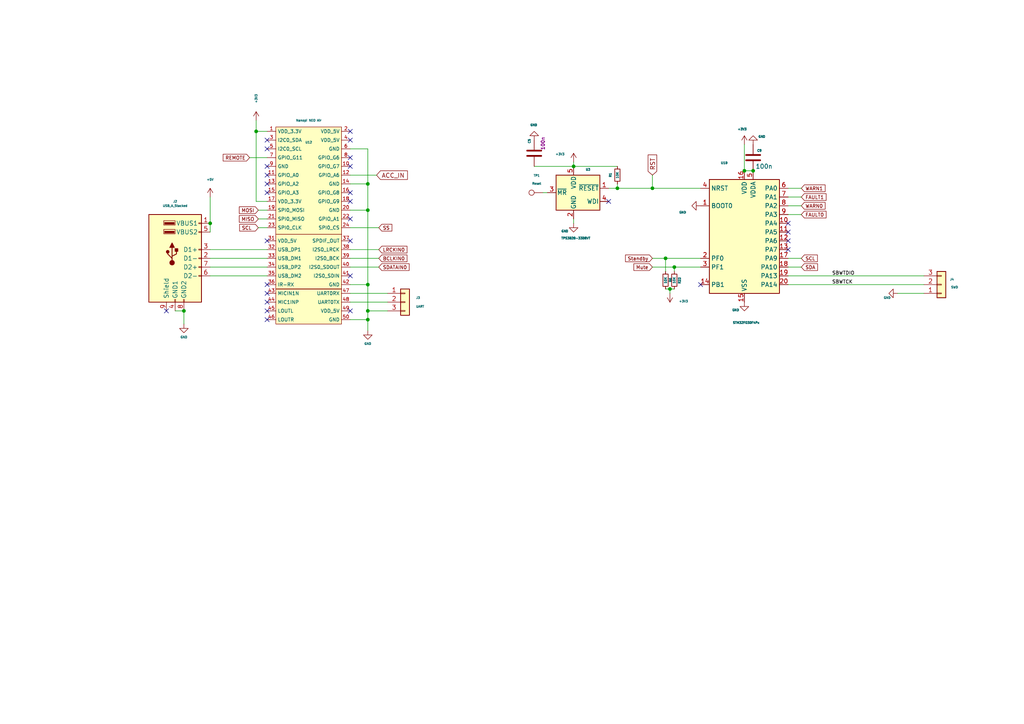
<source format=kicad_sch>
(kicad_sch (version 20231120) (generator "eeschema") (generator_version "8.0")
  (paper "A4")
  (lib_symbols
    (symbol "00-MyLib:Nanopi_NEO"
      (property "Reference" "U" (at 0 31.115 0))
      (symbol "Nanopi_NEO_0_1"
        (polyline (pts (xy -9.525 -1.905) (xy 9.525 -1.905)))
      )
      (symbol "Nanopi_NEO_1_1"
        (rectangle (start -9.525 -17.78) (end 9.525 -27.94) (fill (type background)))
        (rectangle (start -9.525 29.21) (end 9.525 -17.78) (fill (type background)))
        (pin power_in line (at -12.065 27.94 0) (length 2.54) (name "VDD_3.3V") (number "1"))
        (pin input line (at 12.065 17.78 180) (length 2.54) (name "GPIO_G7") (number "10"))
        (pin input line (at -12.065 15.24 0) (length 2.54) (name "GPIO_A0") (number "11"))
        (pin input line (at 12.065 15.24 180) (length 2.54) (name "GPIO_A6") (number "12"))
        (pin input line (at -12.065 12.7 0) (length 2.54) (name "GPIO_A2") (number "13"))
        (pin power_in line (at 12.065 12.7 180) (length 2.54) (name "GND") (number "14"))
        (pin input line (at -12.065 10.16 0) (length 2.54) (name "GPIO_A3") (number "15"))
        (pin input line (at 12.065 10.16 180) (length 2.54) (name "GPIO_G8") (number "16"))
        (pin power_in line (at -12.065 7.62 0) (length 2.54) (name "VDD_3.3V") (number "17"))
        (pin input line (at 12.065 7.62 180) (length 2.54) (name "GPIO_G9") (number "18"))
        (pin input line (at -12.065 5.08 0) (length 2.54) (name "SPI0_MOSI") (number "19"))
        (pin power_in line (at 12.065 27.94 180) (length 2.54) (name "VDD_5V") (number "2"))
        (pin power_in line (at 12.065 5.08 180) (length 2.54) (name "GND") (number "20"))
        (pin input line (at -12.065 2.54 0) (length 2.54) (name "SPI0_MISO") (number "21"))
        (pin input line (at 12.065 2.54 180) (length 2.54) (name "GPIO_A1") (number "22"))
        (pin input line (at -12.065 0 0) (length 2.54) (name "SPI0_CLK") (number "23"))
        (pin input line (at 12.065 0 180) (length 2.54) (name "SPI0_CS") (number "24"))
        (pin output line (at -12.065 25.4 0) (length 2.54) (name "I2C0_SDA") (number "3"))
        (pin power_in line (at -12.065 -3.81 0) (length 2.54) (name "VDD_5V") (number "31"))
        (pin bidirectional line (at -12.065 -6.35 0) (length 2.54) (name "USB_DP1") (number "32"))
        (pin bidirectional line (at -12.065 -8.89 0) (length 2.54) (name "USB_DM1") (number "33"))
        (pin bidirectional line (at -12.065 -11.43 0) (length 2.54) (name "USB_DP2") (number "34"))
        (pin bidirectional line (at -12.065 -13.97 0) (length 2.54) (name "USB_DM2") (number "35"))
        (pin bidirectional line (at -12.065 -16.51 0) (length 2.54) (name "IR-RX") (number "36"))
        (pin output line (at 12.065 -3.81 180) (length 2.54) (name "SPDIF_OUT") (number "37"))
        (pin output line (at 12.065 -6.35 180) (length 2.54) (name "I2S0_LRCK") (number "38"))
        (pin output line (at 12.065 -8.89 180) (length 2.54) (name "I2S0_BCK") (number "39"))
        (pin power_in line (at 12.065 25.4 180) (length 2.54) (name "VDD_5V") (number "4"))
        (pin output line (at 12.065 -11.43 180) (length 2.54) (name "I2S0_SDOUT") (number "40"))
        (pin output line (at 12.065 -13.97 180) (length 2.54) (name "I2S0_SDIN") (number "41"))
        (pin power_in line (at 12.065 -16.51 180) (length 2.54) (name "GND") (number "42"))
        (pin input line (at -12.065 -19.05 0) (length 2.54) (name "MICIN1N") (number "43"))
        (pin input line (at -12.065 -21.59 0) (length 2.54) (name "MIC1INP") (number "44"))
        (pin input line (at -12.065 -24.13 0) (length 2.54) (name "LOUTL") (number "45"))
        (pin output line (at -12.065 -26.67 0) (length 2.54) (name "LOUTR") (number "46"))
        (pin input line (at 12.065 -19.05 180) (length 2.54) (name "UART0RX") (number "47"))
        (pin output line (at 12.065 -21.59 180) (length 2.54) (name "UART0TX") (number "48"))
        (pin power_out line (at 12.065 -24.13 180) (length 2.54) (name "VDD_5V") (number "49"))
        (pin output line (at -12.065 22.86 0) (length 2.54) (name "I2C0_SCL") (number "5"))
        (pin power_out line (at 12.065 -26.67 180) (length 2.54) (name "GND") (number "50"))
        (pin power_in line (at 12.065 22.86 180) (length 2.54) (name "GND") (number "6"))
        (pin output line (at -12.065 20.32 0) (length 2.54) (name "GPIO_G11") (number "7"))
        (pin input line (at 12.065 20.32 180) (length 2.54) (name "GPIO_G6") (number "8"))
        (pin power_in line (at -12.065 17.78 0) (length 2.54) (name "GND") (number "9"))
      )
    )
    (symbol "AMPP_1466_V0-rescue:+3.3V-power" (power) (pin_names (offset 0))
      (property "Value" "+3.3V-power" (at 0 3.556 0))
      (symbol "+3.3V-power_0_1"
        (polyline (pts (xy -0.762 1.27) (xy 0 2.54)))
        (polyline (pts (xy 0 0) (xy 0 2.54)))
        (polyline (pts (xy 0 2.54) (xy 0.762 1.27)))
      )
      (symbol "+3.3V-power_1_1"
        (pin power_in line (at 0 0 90) (length 0) hide (name "+3V3") (number "1"))
      )
    )
    (symbol "AMPP_1466_V0-rescue:+5V-power" (power) (pin_names (offset 0))
      (property "Value" "+5V-power" (at 0 3.556 0))
      (symbol "+5V-power_0_1"
        (polyline (pts (xy -0.762 1.27) (xy 0 2.54)))
        (polyline (pts (xy 0 0) (xy 0 2.54)))
        (polyline (pts (xy 0 2.54) (xy 0.762 1.27)))
      )
      (symbol "+5V-power_1_1"
        (pin power_in line (at 0 0 90) (length 0) hide (name "+5V") (number "1"))
      )
    )
    (symbol "AMPP_1466_V0-rescue:C-Device" (pin_numbers hide) (pin_names (offset 0.254))
      (property "Reference" "C" (at 0.635 2.54 0))
      (property "Value" "C-Device" (at 0.635 -2.54 0))
      (symbol "C-Device_0_1"
        (polyline (pts (xy -2.032 -0.762) (xy 2.032 -0.762)) (stroke (width 0.508)))
        (polyline (pts (xy -2.032 0.762) (xy 2.032 0.762)) (stroke (width 0.508)))
      )
      (symbol "C-Device_1_1"
        (pin passive line (at 0 3.81 270) (length 2.794) (name "~") (number "1"))
        (pin passive line (at 0 -3.81 90) (length 2.794) (name "~") (number "2"))
      )
    )
    (symbol "AMPP_1466_V0-rescue:GND-power" (power) (pin_names (offset 0))
      (property "Value" "GND-power" (at 0 -3.81 0))
      (symbol "GND-power_0_1"
        (polyline (pts (xy 0 0) (xy 0 -1.27) (xy 1.27 -1.27) (xy 0 -2.54) (xy -1.27 -1.27) (xy 0 -1.27)))
      )
      (symbol "GND-power_1_1"
        (pin power_in line (at 0 0 270) (length 0) hide (name "GND") (number "1"))
      )
    )
    (symbol "AMPP_1466_V0-rescue:R_Small-my" (pin_numbers hide) (pin_names (offset 0.254) hide)
      (property "Reference" "R" (at -1.016 0 0))
      (property "Value" "R_Small-my" (at 0.889 0 0))
      (symbol "R_Small-my_0_1"
        (rectangle (start -0.762 1.778) (end 0.762 -1.778) (stroke (width 0.2032)))
      )
      (symbol "R_Small-my_1_1"
        (pin passive line (at 0 2.54 270) (length 0.762) (name "~") (number "1"))
        (pin passive line (at 0 -2.54 90) (length 0.762) (name "~") (number "2"))
      )
    )
    (symbol "AMPP_1466_V0-rescue:STM32F030F4Px-MCU_ST_STM32F0"
      (property "Reference" "U" (at -10.16 16.51 0))
      (property "Value" "STM32F030F4Px-MCU_ST_STM32F0" (at 5.08 16.51 0))
      (symbol "STM32F030F4Px-MCU_ST_STM32F0_0_1"
        (rectangle (start -10.16 -17.78) (end 10.16 15.24) (stroke (width 0.254)) (fill (type background)))
      )
      (symbol "STM32F030F4Px-MCU_ST_STM32F0_1_1"
        (pin input line (at -12.7 7.62 0) (length 2.54) (name "BOOT0") (number "1"))
        (pin bidirectional line (at 12.7 2.54 180) (length 2.54) (name "PA4") (number "10"))
        (pin bidirectional line (at 12.7 0 180) (length 2.54) (name "PA5") (number "11"))
        (pin bidirectional line (at 12.7 -2.54 180) (length 2.54) (name "PA6") (number "12"))
        (pin bidirectional line (at 12.7 -5.08 180) (length 2.54) (name "PA7") (number "13"))
        (pin bidirectional line (at -12.7 -15.24 0) (length 2.54) (name "PB1") (number "14"))
        (pin power_in line (at 0 -20.32 90) (length 2.54) (name "VSS") (number "15"))
        (pin power_in line (at 0 17.78 270) (length 2.54) (name "VDD") (number "16"))
        (pin bidirectional line (at 12.7 -7.62 180) (length 2.54) (name "PA9") (number "17"))
        (pin bidirectional line (at 12.7 -10.16 180) (length 2.54) (name "PA10") (number "18"))
        (pin bidirectional line (at 12.7 -12.7 180) (length 2.54) (name "PA13") (number "19"))
        (pin input line (at -12.7 -7.62 0) (length 2.54) (name "PF0") (number "2"))
        (pin bidirectional line (at 12.7 -15.24 180) (length 2.54) (name "PA14") (number "20"))
        (pin input line (at -12.7 -10.16 0) (length 2.54) (name "PF1") (number "3"))
        (pin input line (at -12.7 12.7 0) (length 2.54) (name "NRST") (number "4"))
        (pin power_in line (at 2.54 17.78 270) (length 2.54) (name "VDDA") (number "5"))
        (pin bidirectional line (at 12.7 12.7 180) (length 2.54) (name "PA0") (number "6"))
        (pin bidirectional line (at 12.7 10.16 180) (length 2.54) (name "PA1") (number "7"))
        (pin bidirectional line (at 12.7 7.62 180) (length 2.54) (name "PA2") (number "8"))
        (pin bidirectional line (at 12.7 5.08 180) (length 2.54) (name "PA3") (number "9"))
      )
    )
    (symbol "AMPP_1466_V0-rescue:TPS3828-my" (pin_names (offset 0.254))
      (property "Reference" "U10" (at 4.191 6.731 0))
      (property "Value" "TPS3828-33DBVT" (at 0.635 -13.208 0))
      (symbol "TPS3828-my_0_1"
        (rectangle (start -5.08 5.08) (end 7.62 -5.08) (stroke (width 0.254)) (fill (type background)))
      )
      (symbol "TPS3828-my_1_1"
        (pin output line (at 10.16 1.27 180) (length 2.54) (name "~{RESET}") (number "1"))
        (pin power_in line (at 0 -7.62 90) (length 2.54) (name "GND") (number "2"))
        (pin input line (at -7.62 0 0) (length 2.54) (name "~{MR}") (number "3"))
        (pin input line (at 10.16 -2.54 180) (length 2.54) (name "WDI") (number "4"))
        (pin power_in line (at 0 7.62 270) (length 2.54) (name "VDD") (number "5"))
      )
    )
    (symbol "AMPP_1466_V0-rescue:TestPoint-Connector" (pin_numbers hide) (pin_names (offset 0.762) hide)
      (property "Reference" "TP" (at 0 6.858 0))
      (property "Value" "TestPoint-Connector" (at 0 5.08 0))
      (symbol "TestPoint-Connector_0_1"
        (circle (center 0 3.302) (radius 0.762))
      )
      (symbol "TestPoint-Connector_1_1"
        (pin passive line (at 0 0 90) (length 2.54) (name "1") (number "1"))
      )
    )
    (symbol "Connector:USB_A_Stacked" (pin_names (offset 1.016))
      (property "Reference" "J" (at 0 15.875 0))
      (property "Value" "USB_A_Stacked" (at 0 13.97 0))
      (symbol "USB_A_Stacked_0_1"
        (rectangle (start -7.62 12.7) (end 7.62 -12.7) (stroke (width 0.254)) (fill (type background)))
        (circle (center -2.159 1.905) (radius 0.381) (stroke (width 0.254)) (fill (type outline)))
        (circle (center -0.889 -1.27) (radius 0.635) (stroke (width 0.254)) (fill (type outline)))
        (rectangle (start -0.254 7.366) (end -3.048 7.874) (fill (type outline)))
        (rectangle (start -0.254 9.906) (end -3.048 10.414) (fill (type outline)))
        (rectangle (start -0.127 -12.7) (end 0.127 -11.938))
        (polyline (pts (xy -1.524 3.175) (xy -0.254 3.175) (xy -0.889 4.445) (xy -1.524 3.175)) (stroke (width 0.254)) (fill (type outline)))
        (polyline (pts (xy -0.889 -0.635) (xy -0.889 0) (xy -2.159 1.27) (xy -2.159 1.905)) (stroke (width 0.254)))
        (polyline (pts (xy -0.889 0) (xy -0.889 0.635) (xy 0.381 1.27) (xy 0.381 2.54)) (stroke (width 0.254)))
        (rectangle (start 0 2.794) (end 0.762 2.032) (stroke (width 0.254)) (fill (type outline)))
        (rectangle (start 0 7.112) (end -3.302 8.382))
        (rectangle (start 0 9.652) (end -3.302 10.922))
        (rectangle (start 2.413 -12.7) (end 2.667 -11.938))
        (rectangle (start 7.62 -5.207) (end 6.858 -4.953))
        (rectangle (start 7.62 -2.667) (end 6.858 -2.413))
        (rectangle (start 7.62 -0.127) (end 6.858 0.127))
        (rectangle (start 7.62 2.413) (end 6.858 2.667))
        (rectangle (start 7.62 7.493) (end 6.858 7.747))
        (rectangle (start 7.62 10.033) (end 6.858 10.287))
      )
      (symbol "USB_A_Stacked_1_1"
        (polyline (pts (xy -0.889 0.635) (xy -0.889 3.175)) (stroke (width 0.254)))
        (pin power_in line (at 10.16 10.16 180) (length 2.54) (name "VBUS1") (number "1"))
        (pin bidirectional line (at 10.16 0 180) (length 2.54) (name "D1-") (number "2"))
        (pin bidirectional line (at 10.16 2.54 180) (length 2.54) (name "D1+") (number "3"))
        (pin power_in line (at 0 -15.24 90) (length 2.54) (name "GND1") (number "4"))
        (pin power_in line (at 10.16 7.62 180) (length 2.54) (name "VBUS2") (number "5"))
        (pin bidirectional line (at 10.16 -5.08 180) (length 2.54) (name "D2-") (number "6"))
        (pin bidirectional line (at 10.16 -2.54 180) (length 2.54) (name "D2+") (number "7"))
        (pin power_in line (at 2.54 -15.24 90) (length 2.54) (name "GND2") (number "8"))
        (pin passive line (at -2.54 -15.24 90) (length 2.54) (name "Shield") (number "9"))
      )
    )
    (symbol "Connector_Generic:Conn_01x03" (pin_names (offset 1.016) hide)
      (property "Reference" "J" (at 0 5.08 0))
      (property "Value" "Conn_01x03" (at 0 -5.08 0))
      (symbol "Conn_01x03_1_1"
        (rectangle (start -1.27 -2.413) (end 0 -2.667) (stroke (width 0.1524)))
        (rectangle (start -1.27 0.127) (end 0 -0.127) (stroke (width 0.1524)))
        (rectangle (start -1.27 2.667) (end 0 2.413) (stroke (width 0.1524)))
        (rectangle (start -1.27 3.81) (end 1.27 -3.81) (stroke (width 0.254)) (fill (type background)))
        (pin passive line (at -5.08 2.54 0) (length 3.81) (name "Pin_1") (number "1"))
        (pin passive line (at -5.08 0 0) (length 3.81) (name "Pin_2") (number "2"))
        (pin passive line (at -5.08 -2.54 0) (length 3.81) (name "Pin_3") (number "3"))
      )
    )
    (symbol "RDC4-0027v1-rescue:CAP_100n_50V_X7R_0805-rk-infinitas-rescue-SigmaDSP-ADAU1452-rescue-SigmaDSP-ADAU1452-rescue-SigmaDSP-ADAU1452-rescue" (pin_numbers hide) (pin_names (offset 0.254))
      (property "Reference" "C" (at 1.27 1.27 0))
      (property "Value1" "100n" (at 1.27 -1.27 0))
      (symbol "CAP_100n_50V_X7R_0805-rk-infinitas-rescue-SigmaDSP-ADAU1452-rescue-SigmaDSP-ADAU1452-rescue-SigmaDSP-ADAU1452-rescue_0_1"
        (polyline (pts (xy -0.762 -2.032) (xy -0.762 2.032)) (stroke (width 0.508)))
        (polyline (pts (xy 0.762 -2.032) (xy 0.762 2.032)) (stroke (width 0.508)))
      )
      (symbol "CAP_100n_50V_X7R_0805-rk-infinitas-rescue-SigmaDSP-ADAU1452-rescue-SigmaDSP-ADAU1452-rescue-SigmaDSP-ADAU1452-rescue_1_1"
        (pin passive line (at -3.81 0 0) (length 2.794) (name "~") (number "1"))
        (pin passive line (at 3.81 0 180) (length 2.794) (name "~") (number "2"))
      )
    )
  )
  (junction (at 106.68 92.71))
  (junction (at 106.68 82.55))
  (junction (at 218.44 49.53))
  (junction (at 106.68 90.17))
  (junction (at 53.34 90.17))
  (junction (at 194.31 83.82))
  (junction (at 106.68 53.34))
  (junction (at 166.37 48.26))
  (junction (at 74.295 38.1))
  (junction (at 179.07 54.61))
  (junction (at 106.68 60.96))
  (junction (at 195.58 77.47))
  (junction (at 215.9 49.53))
  (junction (at 60.96 64.77))
  (junction (at 189.23 54.61))
  (junction (at 193.04 74.93))
  (no_connect (at 101.6 90.17))
  (no_connect (at 101.6 45.72))
  (no_connect (at 77.47 55.88))
  (no_connect (at 77.47 43.18))
  (no_connect (at 101.6 55.88))
  (no_connect (at 101.6 40.64))
  (no_connect (at 101.6 80.01))
  (no_connect (at 101.6 69.85))
  (no_connect (at 77.47 40.64))
  (no_connect (at 176.53 58.42))
  (no_connect (at 77.47 48.26))
  (no_connect (at 228.6 69.85))
  (no_connect (at 203.2 82.55))
  (no_connect (at 228.6 64.77))
  (no_connect (at 77.47 82.55))
  (no_connect (at 77.47 69.85))
  (no_connect (at 101.6 63.5))
  (no_connect (at 77.47 92.71))
  (no_connect (at 101.6 48.26))
  (no_connect (at 77.47 85.09))
  (no_connect (at 48.26 90.17))
  (no_connect (at 77.47 87.63))
  (no_connect (at 228.6 72.39))
  (no_connect (at 101.6 58.42))
  (no_connect (at 77.47 50.8))
  (no_connect (at 77.47 53.34))
  (no_connect (at 101.6 38.1))
  (no_connect (at 77.47 90.17))
  (no_connect (at 228.6 67.31))
  (wire (pts (xy 101.6 50.8) (xy 109.22 50.8)))
  (wire (pts (xy 203.2 77.47) (xy 195.58 77.47)))
  (wire (pts (xy 74.295 38.1) (xy 74.295 34.925)))
  (wire (pts (xy 228.6 54.61) (xy 232.41 54.61)))
  (wire (pts (xy 228.6 59.69) (xy 232.41 59.69)))
  (wire (pts (xy 101.6 92.71) (xy 106.68 92.71)))
  (wire (pts (xy 228.6 82.55) (xy 267.97 82.55)))
  (wire (pts (xy 53.34 90.17) (xy 53.34 93.98)))
  (wire (pts (xy 60.96 80.01) (xy 77.47 80.01)))
  (wire (pts (xy 260.35 85.09) (xy 267.97 85.09)))
  (wire (pts (xy 106.68 92.71) (xy 106.68 95.885)))
  (wire (pts (xy 106.68 43.18) (xy 106.68 53.34)))
  (wire (pts (xy 101.6 60.96) (xy 106.68 60.96)))
  (wire (pts (xy 101.6 87.63) (xy 112.395 87.63)))
  (wire (pts (xy 228.6 80.01) (xy 267.97 80.01)))
  (wire (pts (xy 72.39 45.72) (xy 77.47 45.72)))
  (wire (pts (xy 74.93 63.5) (xy 77.47 63.5)))
  (wire (pts (xy 179.07 48.26) (xy 166.37 48.26)))
  (wire (pts (xy 195.58 78.74) (xy 195.58 77.47)))
  (wire (pts (xy 157.48 55.88) (xy 158.75 55.88)))
  (wire (pts (xy 101.6 85.09) (xy 112.395 85.09)))
  (wire (pts (xy 203.2 74.93) (xy 193.04 74.93)))
  (wire (pts (xy 74.93 66.04) (xy 77.47 66.04)))
  (wire (pts (xy 101.6 53.34) (xy 106.68 53.34)))
  (wire (pts (xy 74.93 60.96) (xy 77.47 60.96)))
  (wire (pts (xy 74.295 38.1) (xy 77.47 38.1)))
  (wire (pts (xy 60.96 72.39) (xy 77.47 72.39)))
  (wire (pts (xy 166.37 46.99) (xy 166.37 48.26)))
  (wire (pts (xy 106.68 82.55) (xy 106.68 90.17)))
  (wire (pts (xy 60.96 57.15) (xy 60.96 64.77)))
  (wire (pts (xy 101.6 66.04) (xy 109.855 66.04)))
  (wire (pts (xy 106.68 53.34) (xy 106.68 60.96)))
  (wire (pts (xy 189.23 54.61) (xy 203.2 54.61)))
  (wire (pts (xy 60.96 77.47) (xy 77.47 77.47)))
  (wire (pts (xy 101.6 74.93) (xy 109.855 74.93)))
  (wire (pts (xy 60.96 74.93) (xy 77.47 74.93)))
  (wire (pts (xy 106.68 90.17) (xy 106.68 92.71)))
  (wire (pts (xy 106.68 90.17) (xy 112.395 90.17)))
  (wire (pts (xy 195.58 77.47) (xy 189.23 77.47)))
  (wire (pts (xy 166.37 48.26) (xy 154.94 48.26)))
  (wire (pts (xy 60.96 64.77) (xy 60.96 67.31)))
  (wire (pts (xy 101.6 43.18) (xy 106.68 43.18)))
  (wire (pts (xy 50.8 90.17) (xy 53.34 90.17)))
  (wire (pts (xy 215.9 49.53) (xy 215.9 41.91)))
  (wire (pts (xy 176.53 54.61) (xy 179.07 54.61)))
  (wire (pts (xy 228.6 74.93) (xy 232.41 74.93)))
  (wire (pts (xy 195.58 83.82) (xy 194.31 83.82)))
  (wire (pts (xy 74.295 58.42) (xy 74.295 38.1)))
  (wire (pts (xy 228.6 62.23) (xy 232.41 62.23)))
  (wire (pts (xy 228.6 77.47) (xy 232.41 77.47)))
  (wire (pts (xy 101.6 82.55) (xy 106.68 82.55)))
  (wire (pts (xy 194.31 83.82) (xy 193.04 83.82)))
  (wire (pts (xy 193.04 78.74) (xy 193.04 74.93)))
  (wire (pts (xy 101.6 77.47) (xy 109.855 77.47)))
  (wire (pts (xy 218.44 49.53) (xy 215.9 49.53)))
  (wire (pts (xy 194.31 85.09) (xy 194.31 83.82)))
  (wire (pts (xy 179.07 54.61) (xy 189.23 54.61)))
  (wire (pts (xy 189.23 50.8) (xy 189.23 54.61)))
  (wire (pts (xy 77.47 58.42) (xy 74.295 58.42)))
  (wire (pts (xy 193.04 74.93) (xy 189.23 74.93)))
  (wire (pts (xy 101.6 72.39) (xy 109.855 72.39)))
  (wire (pts (xy 179.07 53.34) (xy 179.07 54.61)))
  (wire (pts (xy 106.68 60.96) (xy 106.68 82.55)))
  (wire (pts (xy 166.37 63.5) (xy 166.37 64.77)))
  (wire (pts (xy 228.6 57.15) (xy 232.41 57.15)))
  (label "SBWTDIO" (at 241.3 80.01 0) (effects (font (size 1 1))))
  (label "SBWTCK" (at 241.3 82.55 0) (effects (font (size 1 1))))
  (global_label "Mute" (shape input) (at 189.23 77.47 180) (effects (font (size 1 1))) (property "Intersheetrefs" "${INTERSHEET_REFS}" (effects (hide yes))))
  (global_label "LRCKIN0" (shape input) (at 109.855 72.39 0) (effects (font (size 1 1))) (property "Intersheetrefs" "${INTERSHEET_REFS}" (effects (hide yes))))
  (global_label "MOSI" (shape input) (at 74.93 60.96 180) (effects (font (size 1 1))) (property "Intersheetrefs" "${INTERSHEET_REFS}" (effects (hide yes))))
  (global_label "FAULT0" (shape input) (at 232.41 62.23 0) (effects (font (size 1 1))) (property "Intersheetrefs" "${INTERSHEET_REFS}" (effects (hide yes))))
  (global_label "SCL " (shape input) (at 74.93 66.04 180) (effects (font (size 1 1))) (property "Intersheetrefs" "${INTERSHEET_REFS}" (effects (hide yes))))
  (global_label "RST" (shape input) (at 189.23 50.8 90) (property "Intersheetrefs" "${INTERSHEET_REFS}" (effects (hide yes))))
  (global_label "WARN1" (shape input) (at 232.41 54.61 0) (effects (font (size 1 1))) (property "Intersheetrefs" "${INTERSHEET_REFS}" (effects (hide yes))))
  (global_label "FAULT1" (shape input) (at 232.41 57.15 0) (effects (font (size 1 1))) (property "Intersheetrefs" "${INTERSHEET_REFS}" (effects (hide yes))))
  (global_label "SS" (shape input) (at 109.855 66.04 0) (effects (font (size 1 1))) (property "Intersheetrefs" "${INTERSHEET_REFS}" (effects (hide yes))))
  (global_label "Standby" (shape input) (at 189.23 74.93 180) (effects (font (size 1 1))) (property "Intersheetrefs" "${INTERSHEET_REFS}" (effects (hide yes))))
  (global_label "SDA" (shape input) (at 232.41 77.47 0) (effects (font (size 1 1))) (property "Intersheetrefs" "${INTERSHEET_REFS}" (effects (hide yes))))
  (global_label "WARN0" (shape input) (at 232.41 59.69 0) (effects (font (size 1 1))) (property "Intersheetrefs" "${INTERSHEET_REFS}" (effects (hide yes))))
  (global_label "SDATAIN0" (shape input) (at 109.855 77.47 0) (effects (font (size 1 1))) (property "Intersheetrefs" "${INTERSHEET_REFS}" (effects (hide yes))))
  (global_label "MISO" (shape input) (at 74.93 63.5 180) (effects (font (size 1 1))) (property "Intersheetrefs" "${INTERSHEET_REFS}" (effects (hide yes))))
  (global_label "BCLKIN0" (shape input) (at 109.855 74.93 0) (effects (font (size 1 1))) (property "Intersheetrefs" "${INTERSHEET_REFS}" (effects (hide yes))))
  (global_label "SCL" (shape input) (at 232.41 74.93 0) (effects (font (size 1 1))) (property "Intersheetrefs" "${INTERSHEET_REFS}" (effects (hide yes))))
  (global_label "REMOTE" (shape input) (at 72.39 45.72 180) (effects (font (size 1 1))) (property "Intersheetrefs" "${INTERSHEET_REFS}" (effects (hide yes))))
  (global_label "ACC_IN" (shape input) (at 109.22 50.8 0) (property "Intersheetrefs" "${INTERSHEET_REFS}" (effects (hide yes))))
  (symbol (lib_id "Connector_Generic:Conn_01x03") (at 117.475 87.63 0) (unit 1)
    (property "Reference" "J3" (at 120.65 86.36 0) (effects (font (size 0.63 0.63)) (justify left)))
    (property "Value" "UART" (at 120.65 88.9 0) (effects (font (size 0.63 0.63)) (justify left)))
    (property "Footprint" "Connector_PinHeader_2.54mm:PinHeader_1x03_P2.54mm_Vertical" (effects (hide yes)))
  )
  (symbol (lib_id "AMPP_1466_V0-rescue:GND-power") (at 53.34 93.98 0) (unit 1)
    (property "Reference" "#PWR022" (effects (hide yes)))
    (property "Value" "GND" (at 53.34 97.79 0) (effects (font (size 0.63 0.63))))
  )
  (symbol (lib_id "AMPP_1466_V0-rescue:GND-power") (at 218.44 41.91 180) (unit 1)
    (property "Reference" "#PWR032" (effects (hide yes)))
    (property "Value" "GND" (at 219.964 39.624 0) (effects (font (size 0.63 0.63)) (justify right)))
  )
  (symbol (lib_id "AMPP_1466_V0-rescue:STM32F030F4Px-MCU_ST_STM32F0") (at 215.9 67.31 0) (unit 1)
    (property "Reference" "U10" (at 210.058 47.244 0) (effects (font (size 0.63 0.63))))
    (property "Value" "STM32F030F4Px" (at 216.408 93.599 0) (effects (font (size 0.63 0.63))))
    (property "Footprint" "Package_SO:TSSOP-20_4.4x6.5mm_P0.65mm" (effects (hide yes)))
    (property "Datasheet" "http://www.st.com/st-web-ui/static/active/en/resource/technical/document/datasheet/DM00088500.pdf" (effects (hide yes)))
  )
  (symbol (lib_id "AMPP_1466_V0-rescue:TestPoint-Connector") (at 157.48 55.88 90) (unit 1)
    (property "Reference" "TP1" (at 155.6512 50.927 90) (effects (font (size 0.63 0.63))))
    (property "Value" "Reset" (at 155.6512 53.2384 90) (effects (font (size 0.63 0.63))))
    (property "Footprint" "TestPoint:TestPoint_Pad_D1.5mm" (effects (hide yes)))
  )
  (symbol (lib_id "AMPP_1466_V0-rescue:GND-power") (at 203.2 59.69 270) (unit 1)
    (property "Reference" "#PWR029" (effects (hide yes)))
    (property "Value" "GND" (at 199.009 61.595 90) (effects (font (size 0.63 0.63)) (justify right)))
  )
  (symbol (lib_id "AMPP_1466_V0-rescue:+3.3V-power") (at 194.31 85.09 180) (unit 1)
    (property "Reference" "#PWR028" (effects (hide yes)))
    (property "Value" "+3V3" (at 198.247 87.376 0) (effects (font (size 0.63 0.63))))
  )
  (symbol (lib_id "AMPP_1466_V0-rescue:+3.3V-power") (at 74.295 34.925 0) (unit 1)
    (property "Reference" "#PWR02" (effects (hide yes)))
    (property "Value" "+3V3" (at 74.295 28.575 90) (effects (font (size 0.63 0.63))))
  )
  (symbol (lib_id "AMPP_1466_V0-rescue:+3.3V-power") (at 166.37 46.99 0) (unit 1)
    (property "Reference" "#PWR026" (effects (hide yes)))
    (property "Value" "+3V3" (at 162.433 44.704 0) (effects (font (size 0.63 0.63))))
  )
  (symbol (lib_id "AMPP_1466_V0-rescue:GND-power") (at 154.94 40.64 180) (unit 1)
    (property "Reference" "#PWR024" (effects (hide yes)))
    (property "Value" "GND" (at 154.813 36.2458 0) (effects (font (size 0.63 0.63))))
  )
  (symbol (lib_id "AMPP_1466_V0-rescue:R_Small-my") (at 193.04 81.28 180) (unit 1)
    (property "Reference" "R6" (at 194.437 80.518 90) (effects (font (size 0.63 0.63)) (justify left)))
    (property "Value" "10K" (at 193.04 81.28 90) (effects (font (size 0.635 0.635))))
    (property "Footprint" "Resistor_SMD:R_0603_1608Metric" (effects (hide yes)))
    (property "MP" "CR0603-FX-1002ELF" (effects (hide yes)))
  )
  (symbol (lib_id "Connector:USB_A_Stacked") (at 50.8 74.93 0) (unit 1)
    (property "Reference" "J2" (at 50.8 58.42 0) (effects (font (size 0.63 0.63))))
    (property "Value" "USB_A_Stacked" (at 50.8 59.69 0) (effects (font (size 0.63 0.63))))
    (property "Footprint" "00-mylib:USB_A_STACKED" (effects (hide yes)))
    (property "Datasheet" " ~" (effects (hide yes)))
  )
  (symbol (lib_id "AMPP_1466_V0-rescue:GND-power") (at 260.35 85.09 270) (unit 1)
    (property "Reference" "#PWR033" (effects (hide yes)))
    (property "Value" "GND" (at 258.318 86.36 90) (effects (font (size 0.63 0.63)) (justify right)))
  )
  (symbol (lib_id "AMPP_1466_V0-rescue:GND-power") (at 215.9 87.63 0) (unit 1)
    (property "Reference" "#PWR031" (effects (hide yes)))
    (property "Value" "GND" (at 214.376 89.916 0) (effects (font (size 0.63 0.63)) (justify right)))
  )
  (symbol (lib_id "AMPP_1466_V0-rescue:+3.3V-power") (at 215.9 41.91 0) (unit 1)
    (property "Reference" "#PWR030" (effects (hide yes)))
    (property "Value" "+3V3" (at 215.265 37.465 0) (effects (font (size 0.63 0.63))))
  )
  (symbol (lib_id "AMPP_1466_V0-rescue:C-Device") (at 218.44 45.72 0) (unit 1)
    (property "Reference" "C9" (at 219.583 43.688 0) (effects (font (size 0.63 0.63)) (justify left)))
    (property "Value" "100n" (at 221.615 48.26 0))
    (property "Footprint" "Capacitor_SMD:C_0603_1608Metric" (effects (hide yes)))
    (property "MP" "CL10B104JB8NNNC" (effects (hide yes)))
  )
  (symbol (lib_id "AMPP_1466_V0-rescue:GND-power") (at 166.37 64.77 0) (unit 1)
    (property "Reference" "#PWR027" (effects (hide yes)))
    (property "Value" "GND" (at 164.846 67.056 0) (effects (font (size 0.63 0.63)) (justify right)))
  )
  (symbol (lib_id "AMPP_1466_V0-rescue:TPS3828-my") (at 166.37 55.88 0) (unit 1)
    (property "Reference" "U3" (at 170.561 49.149 0) (effects (font (size 0.63 0.63))))
    (property "Value" "TPS3828-33DBVT" (at 167.005 69.088 0) (effects (font (size 0.63 0.63))))
    (property "Footprint" "Package_TO_SOT_SMD:SOT-23-5" (effects (hide yes)))
    (property "MP" "TPS3828-33DBVR" (effects (hide yes)))
  )
  (symbol (lib_id "RDC4-0027v1-rescue:CAP_100n_50V_X7R_0805-rk-infinitas-rescue-SigmaDSP-ADAU1452-rescue-SigmaDSP-ADAU1452-rescue-SigmaDSP-ADAU1452-rescue") (at 154.94 44.45 270) (unit 1)
    (property "Reference" "C5" (at 153.543 40.259 0) (effects (font (size 0.63 0.63)) (justify left)))
    (property "Value" "CAP_100n_50V_X7R_0603" (effects (hide yes)))
    (property "Footprint" "Capacitor_SMD:C_0603_1608Metric" (effects (hide yes)))
    (property "Value1" "100n" (at 157.48 39.624 0) (effects (font (size 0.9906 0.9906)) (justify left)))
    (property "Value2" "5% 50V X7R" (effects (hide yes)))
    (property "digikey" "399-1170-1-ND" (effects (hide yes)))
    (property "MP" "CL10B104JB8NNNC" (effects (hide yes)))
  )
  (symbol (lib_id "AMPP_1466_V0-rescue:R_Small-my") (at 195.58 81.28 180) (unit 1)
    (property "Reference" "R23" (at 197.104 80.391 90) (effects (font (size 0.63 0.63)) (justify left)))
    (property "Value" "10K" (at 195.58 81.28 90) (effects (font (size 0.635 0.635))))
    (property "Footprint" "Resistor_SMD:R_0603_1608Metric" (effects (hide yes)))
    (property "MP" "CR0603-FX-1002ELF" (effects (hide yes)))
  )
  (symbol (lib_id "00-MyLib:Nanopi_NEO") (at 89.535 66.04 0) (unit 1)
    (property "Reference" "U12" (at 89.535 41.275 0) (effects (font (size 0.63 0.63))))
    (property "Value" "Nanopi NEO Air" (at 89.535 34.925 0) (effects (font (size 0.63 0.63))))
    (property "Footprint" "my:Nanopi NEO" (effects (hide yes)))
  )
  (symbol (lib_id "AMPP_1466_V0-rescue:+5V-power") (at 60.96 57.15 0) (unit 1)
    (property "Reference" "#PWR023" (effects (hide yes)))
    (property "Value" "+5V" (at 60.96 52.07 0) (effects (font (size 0.63 0.63))))
  )
  (symbol (lib_id "AMPP_1466_V0-rescue:GND-power") (at 106.68 95.885 0) (unit 1)
    (property "Reference" "#PWR03" (effects (hide yes)))
    (property "Value" "GND" (at 106.68 99.695 0) (effects (font (size 0.63 0.63))))
  )
  (symbol (lib_id "AMPP_1466_V0-rescue:R_Small-my") (at 179.07 50.8 0) (unit 1)
    (property "Reference" "R1" (at 177.038 51.435 90) (effects (font (size 0.63 0.63)) (justify left)))
    (property "Value" "10K" (at 179.07 50.8 90) (effects (font (size 0.635 0.635))))
    (property "Footprint" "Resistor_SMD:R_0603_1608Metric" (effects (hide yes)))
    (property "MP" "CR0603-FX-1002ELF" (effects (hide yes)))
  )
  (symbol (lib_id "Connector_Generic:Conn_01x03") (at 273.05 82.55 0) (mirror x) (unit 1)
    (property "Reference" "J4" (at 276.098 81.026 0) (effects (font (size 0.63 0.63))))
    (property "Value" "SWD" (at 276.86 83.312 0) (effects (font (size 0.63 0.63))))
    (property "Footprint" "Connector_PinHeader_2.54mm:PinHeader_1x03_P2.54mm_Vertical" (effects (hide yes)))
  )
)
</source>
